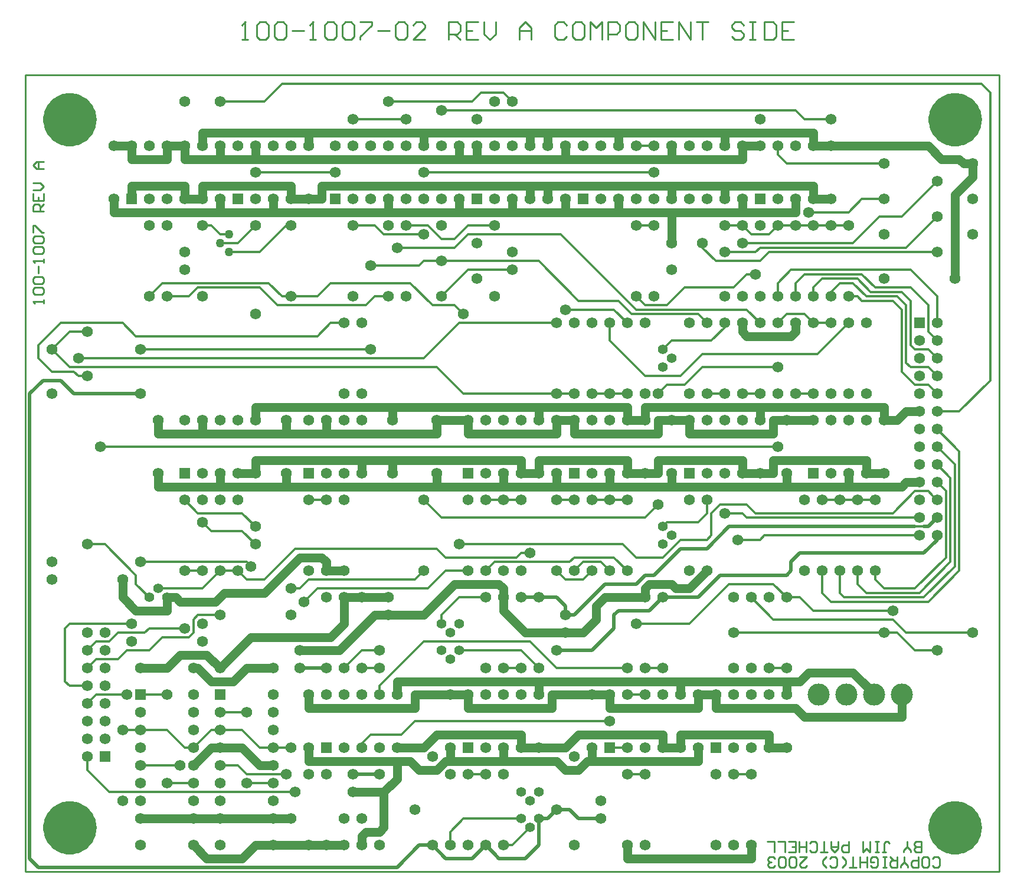
<source format=gtl>
*%FSLAX23Y23*%
*%MOIN*%
G01*
%ADD11C,0.006*%
%ADD12C,0.007*%
%ADD13C,0.008*%
%ADD14C,0.010*%
%ADD15C,0.012*%
%ADD16C,0.020*%
%ADD17C,0.032*%
%ADD18C,0.036*%
%ADD19C,0.050*%
%ADD20C,0.050*%
%ADD21C,0.052*%
%ADD22C,0.054*%
%ADD23C,0.055*%
%ADD24C,0.056*%
%ADD25C,0.059*%
%ADD26C,0.062*%
%ADD27C,0.066*%
%ADD28C,0.070*%
%ADD29C,0.090*%
%ADD30C,0.125*%
%ADD31C,0.129*%
%ADD32C,0.140*%
%ADD33C,0.160*%
%ADD34C,0.250*%
%ADD35R,0.062X0.062*%
%ADD36R,0.066X0.066*%
D14*
X7755Y10238D02*
X7788D01*
X7772D01*
Y10338D01*
X7773D01*
X7772D02*
X7755Y10321D01*
X7838D02*
X7855Y10338D01*
X7888D01*
X7905Y10321D01*
Y10255D01*
X7888Y10238D01*
X7855D01*
X7838Y10255D01*
Y10321D01*
X7938D02*
X7955Y10338D01*
X7988D01*
X8005Y10321D01*
Y10255D01*
X7988Y10238D01*
X7955D01*
X7938Y10255D01*
Y10321D01*
X8038Y10288D02*
X8105D01*
X8138Y10238D02*
X8172D01*
X8155D01*
Y10338D01*
X8156D01*
X8155D02*
X8138Y10321D01*
X8222D02*
X8238Y10338D01*
X8272D01*
X8288Y10321D01*
Y10255D01*
X8272Y10238D01*
X8238D01*
X8222Y10255D01*
Y10321D01*
X8321D02*
X8338Y10338D01*
X8371D01*
X8388Y10321D01*
Y10255D01*
X8371Y10238D01*
X8338D01*
X8321Y10255D01*
Y10321D01*
X8421Y10338D02*
X8488D01*
Y10321D01*
X8421Y10255D01*
Y10238D01*
X8521Y10288D02*
X8588D01*
X8621Y10321D02*
X8638Y10338D01*
X8671D01*
X8688Y10321D01*
Y10255D01*
X8671Y10238D01*
X8638D01*
X8621Y10255D01*
Y10321D01*
X8721Y10238D02*
X8788D01*
X8721D02*
X8788Y10305D01*
Y10321D01*
X8771Y10338D01*
X8738D01*
X8721Y10321D01*
X8921Y10338D02*
Y10238D01*
Y10338D02*
X8971D01*
X8988Y10321D01*
Y10288D01*
X8971Y10271D01*
X8921D01*
X8955D02*
X8988Y10238D01*
X9021Y10338D02*
X9088D01*
X9021D02*
Y10238D01*
X9088D01*
X9055Y10288D02*
X9021D01*
X9121Y10271D02*
Y10338D01*
Y10271D02*
X9155Y10238D01*
X9188Y10271D01*
Y10338D01*
X9321Y10305D02*
Y10238D01*
Y10305D02*
X9354Y10338D01*
X9388Y10305D01*
Y10238D01*
Y10288D01*
X9321D01*
X9571Y10338D02*
X9588Y10321D01*
X9571Y10338D02*
X9538D01*
X9521Y10321D01*
Y10255D01*
X9538Y10238D01*
X9571D01*
X9588Y10255D01*
X9638Y10338D02*
X9671D01*
X9638D02*
X9621Y10321D01*
Y10255D01*
X9638Y10238D01*
X9671D01*
X9688Y10255D01*
Y10321D01*
X9671Y10338D01*
X9721D02*
Y10238D01*
X9754Y10305D02*
X9721Y10338D01*
X9754Y10305D02*
X9788Y10338D01*
Y10238D01*
X9821D02*
Y10338D01*
X9871D01*
X9888Y10321D01*
Y10288D01*
X9871Y10271D01*
X9821D01*
X9938Y10338D02*
X9971D01*
X9938D02*
X9921Y10321D01*
Y10255D01*
X9938Y10238D01*
X9971D01*
X9988Y10255D01*
Y10321D01*
X9971Y10338D01*
X10021D02*
Y10238D01*
X10088D02*
X10021Y10338D01*
X10088D02*
Y10238D01*
X10121Y10338D02*
X10188D01*
X10121D02*
Y10238D01*
X10188D01*
X10154Y10288D02*
X10121D01*
X10221Y10238D02*
Y10338D01*
X10288Y10238D01*
Y10338D01*
X10321D02*
X10387D01*
X10354D01*
Y10238D01*
X10571Y10338D02*
X10587Y10321D01*
X10571Y10338D02*
X10537D01*
X10521Y10321D01*
Y10305D01*
X10537Y10288D01*
X10571D01*
X10587Y10271D01*
Y10255D01*
X10571Y10238D01*
X10537D01*
X10521Y10255D01*
X10621Y10338D02*
X10654D01*
X10637D01*
Y10238D01*
X10621D01*
X10654D01*
X10704D02*
Y10338D01*
Y10238D02*
X10754D01*
X10771Y10255D01*
Y10321D01*
X10754Y10338D01*
X10704D01*
X10804D02*
X10871D01*
X10804D02*
Y10238D01*
X10871D01*
X10837Y10288D02*
X10804D01*
X6635Y8768D02*
Y8748D01*
Y8758D02*
Y8768D01*
Y8758D02*
X6575D01*
X6576D01*
X6575D02*
X6585Y8748D01*
Y8798D02*
X6575Y8808D01*
Y8828D01*
X6585Y8838D01*
X6625D01*
X6635Y8828D01*
Y8808D01*
X6625Y8798D01*
X6585D01*
Y8858D02*
X6575Y8868D01*
Y8888D01*
X6585Y8898D01*
X6625D01*
X6635Y8888D01*
Y8868D01*
X6625Y8858D01*
X6585D01*
X6605Y8918D02*
Y8958D01*
X6635Y8978D02*
Y8998D01*
Y8988D01*
X6575D01*
X6576D01*
X6575D02*
X6585Y8978D01*
Y9028D02*
X6575Y9038D01*
Y9058D01*
X6585Y9068D01*
X6625D01*
X6635Y9058D01*
Y9038D01*
X6625Y9028D01*
X6585D01*
Y9088D02*
X6575Y9098D01*
Y9118D01*
X6585Y9128D01*
X6625D01*
X6635Y9118D01*
Y9098D01*
X6625Y9088D01*
X6585D01*
X6575Y9148D02*
Y9188D01*
X6585D01*
X6625Y9148D01*
X6635D01*
Y9268D02*
X6575D01*
Y9298D01*
X6585Y9308D01*
X6605D01*
X6615Y9298D01*
Y9268D01*
Y9288D02*
X6635Y9308D01*
X6575Y9328D02*
Y9368D01*
Y9328D02*
X6635D01*
Y9368D01*
X6605Y9348D02*
Y9328D01*
X6615Y9388D02*
X6575D01*
X6615D02*
X6635Y9408D01*
X6615Y9428D01*
X6575D01*
X6595Y9508D02*
X6635D01*
X6595D02*
X6575Y9528D01*
X6595Y9548D01*
X6635D01*
X6605D01*
Y9508D01*
X11655Y5573D02*
X11665Y5563D01*
X11685D01*
X11695Y5573D01*
Y5613D01*
X11685Y5623D01*
X11665D01*
X11655Y5613D01*
X11625Y5563D02*
X11605D01*
X11625D02*
X11635Y5573D01*
Y5613D01*
X11625Y5623D01*
X11605D01*
X11595Y5613D01*
Y5573D01*
X11605Y5563D01*
X11575D02*
Y5623D01*
Y5563D02*
X11545D01*
X11535Y5573D01*
Y5593D01*
X11545Y5603D01*
X11575D01*
X11515Y5573D02*
Y5563D01*
Y5573D02*
X11495Y5593D01*
X11475Y5573D01*
Y5563D01*
X11495Y5593D02*
Y5623D01*
X11455D02*
Y5563D01*
X11425D01*
X11415Y5573D01*
Y5593D01*
X11425Y5603D01*
X11455D01*
X11435D02*
X11415Y5623D01*
X11395Y5563D02*
X11375D01*
X11385D01*
Y5623D01*
X11395D01*
X11375D01*
X11315Y5563D02*
X11305Y5573D01*
X11315Y5563D02*
X11335D01*
X11345Y5573D01*
Y5613D01*
X11335Y5623D01*
X11315D01*
X11305Y5613D01*
Y5593D01*
X11325D01*
X11285Y5563D02*
Y5623D01*
Y5593D01*
X11245D01*
Y5563D01*
Y5623D01*
X11225Y5563D02*
X11185D01*
X11205D01*
Y5623D01*
X11165Y5603D02*
X11145Y5623D01*
X11165Y5603D02*
Y5583D01*
X11145Y5563D01*
X11085D02*
X11075Y5573D01*
X11085Y5563D02*
X11105D01*
X11115Y5573D01*
Y5613D01*
X11105Y5623D01*
X11085D01*
X11075Y5613D01*
X11055Y5623D02*
X11035Y5603D01*
Y5583D01*
X11055Y5563D01*
X10945Y5623D02*
X10905D01*
X10945D02*
X10905Y5583D01*
Y5573D01*
X10915Y5563D01*
X10935D01*
X10945Y5573D01*
X10885D02*
X10875Y5563D01*
X10855D01*
X10845Y5573D01*
Y5613D01*
X10855Y5623D01*
X10875D01*
X10885Y5613D01*
Y5573D01*
X10825D02*
X10815Y5563D01*
X10795D01*
X10785Y5573D01*
Y5613D01*
X10795Y5623D01*
X10815D01*
X10825Y5613D01*
Y5573D01*
X10765D02*
X10755Y5563D01*
X10735D01*
X10725Y5573D01*
Y5583D01*
X10726D01*
X10725D02*
X10726D01*
X10725D02*
X10726D01*
X10725D02*
X10735Y5593D01*
X10745D01*
X10735D01*
X10725Y5603D01*
Y5613D01*
X10735Y5623D01*
X10755D01*
X10765Y5613D01*
X11590Y5648D02*
Y5708D01*
X11560D01*
X11550Y5698D01*
Y5688D01*
X11560Y5678D01*
X11590D01*
X11591D01*
X11590D02*
X11591D01*
X11590D02*
X11591D01*
X11590D02*
X11560D01*
X11550Y5668D01*
Y5658D01*
X11560Y5648D01*
X11590D01*
X11530D02*
Y5658D01*
X11510Y5678D01*
X11490Y5658D01*
Y5648D01*
X11510Y5678D02*
Y5708D01*
X11390Y5648D02*
X11370D01*
X11380D02*
X11390D01*
X11380D02*
Y5698D01*
X11390Y5708D01*
X11400D01*
X11410Y5698D01*
X11350Y5648D02*
X11330D01*
X11340D01*
Y5708D01*
X11350D01*
X11330D01*
X11300D02*
Y5648D01*
X11280Y5668D01*
X11260Y5648D01*
Y5708D01*
X11180D02*
Y5648D01*
X11150D01*
X11140Y5658D01*
Y5678D01*
X11150Y5688D01*
X11180D01*
X11120Y5708D02*
Y5668D01*
X11100Y5648D01*
X11080Y5668D01*
Y5708D01*
Y5678D01*
X11120D01*
X11060Y5648D02*
X11020D01*
X11040D01*
Y5708D01*
X10970Y5648D02*
X10960Y5658D01*
X10970Y5648D02*
X10990D01*
X11000Y5658D01*
Y5698D01*
X10990Y5708D01*
X10970D01*
X10960Y5698D01*
X10940Y5708D02*
Y5648D01*
Y5678D02*
Y5708D01*
Y5678D02*
X10900D01*
Y5648D01*
Y5708D01*
X10880Y5648D02*
X10840D01*
X10880D02*
Y5708D01*
X10840D01*
X10860Y5678D02*
X10880D01*
X10820Y5648D02*
Y5708D01*
X10780D01*
X10760D02*
Y5648D01*
Y5708D02*
X10720D01*
X12030Y10038D02*
X6530D01*
Y5538D02*
X12030D01*
X6530D02*
Y10038D01*
X12030D02*
Y5538D01*
D15*
X10230Y8338D02*
X10355Y8463D01*
X11005D02*
X11180Y8638D01*
X10505Y7163D02*
X10280Y6938D01*
X11430Y7563D02*
X11555Y7688D01*
X8780Y6838D02*
X8530Y6588D01*
X11805Y8138D02*
X11980Y8313D01*
X8005Y9188D02*
X7855Y9038D01*
X8880Y8788D02*
X9030Y8938D01*
X11505Y9063D02*
X11680Y9238D01*
X11355D02*
X11205Y9088D01*
X11480Y9238D02*
X11680Y9438D01*
X11755Y7288D02*
X11580Y7113D01*
X11605Y7088D02*
X11780Y7263D01*
X11805Y7238D02*
X11630Y7063D01*
X11555Y7138D02*
X11730Y7313D01*
X6730Y8638D02*
X6605Y8513D01*
X8780Y8438D02*
X8980Y8638D01*
X8055Y7363D02*
X7880Y7188D01*
X9555Y9138D02*
X9980Y8713D01*
X9655Y8763D02*
X9430Y8988D01*
X9830Y8538D02*
X10030Y8338D01*
X9380Y6838D02*
X9530Y6688D01*
X7005Y5988D02*
X6880Y6113D01*
X8830Y8738D02*
X8705Y8863D01*
X7155Y7213D02*
X6980Y7388D01*
X8855Y8388D02*
X9005Y8238D01*
X11530Y8938D02*
X11680Y8788D01*
X10630Y7088D02*
X10755Y6963D01*
X11805Y7913D02*
X11680Y8038D01*
X9280Y5688D02*
X9230D01*
X6605Y8438D02*
Y8513D01*
X6680Y8488D02*
X6780Y8588D01*
X6605Y8438D02*
X6680Y8363D01*
X6780Y8388D02*
X6680Y8488D01*
X9005Y5838D02*
X9330D01*
X6880Y6113D02*
Y6188D01*
X6755Y6613D02*
Y6913D01*
X6930Y6738D02*
X6880Y6688D01*
Y6788D02*
X6930Y6838D01*
Y6538D02*
X6880Y6488D01*
X6755Y6913D02*
X6780Y6938D01*
X6830Y8338D02*
X6805Y8363D01*
X6755Y6613D02*
X6780Y6588D01*
X7780Y6088D02*
X8005D01*
X7930Y6038D02*
X7780D01*
X9030Y6088D02*
X9130D01*
X10530D02*
X10630D01*
X10030D02*
X9930D01*
X8055Y5988D02*
X7005D01*
X7330Y6038D02*
X7480D01*
X7055Y6738D02*
X7105Y6788D01*
X7005Y6838D02*
X7055Y6888D01*
X7155Y8563D02*
X7080Y8638D01*
X7180Y6138D02*
X7405D01*
X7630D02*
X7730D01*
X9830Y6238D02*
X9930D01*
X7480D02*
X7430D01*
X7855D02*
X7930D01*
X8030D01*
X7155Y7163D02*
Y7213D01*
X7305Y6863D02*
X7230Y6788D01*
Y8788D02*
X7305Y8863D01*
X7230Y6913D02*
X7205Y6888D01*
X7230Y7088D02*
X7155Y7163D01*
X8480Y6313D02*
X8655D01*
X7630Y6338D02*
X7580D01*
X7630D02*
X7755D01*
X7330D02*
X7180D01*
X7080D01*
X7630Y6438D02*
X7780D01*
X8730Y6388D02*
X9830D01*
X7480Y6888D02*
Y6963D01*
X7505Y6988D01*
X7480Y6888D02*
X7455Y6863D01*
Y8788D02*
X7505Y8838D01*
X7580Y6338D02*
X7480Y6238D01*
X7430D02*
X7330Y6338D01*
X7505Y7563D02*
X7430Y7638D01*
X9930Y6538D02*
X10030D01*
X7330D02*
X7180D01*
X7105D02*
X6930D01*
X9530Y6688D02*
X9930D01*
X9330D02*
X9230D01*
X10730D02*
X10830D01*
X10130D02*
X10030D01*
X8530D02*
X8430D01*
X6880Y6588D02*
X6780D01*
X7530Y7138D02*
X7630Y7238D01*
Y9138D02*
X7580Y9188D01*
X7530Y7513D02*
X7580Y7463D01*
X7055Y6738D02*
X6930D01*
X8780Y6838D02*
X9380D01*
X7455Y6863D02*
X7305D01*
X7005Y6838D02*
X6930D01*
X8980Y6788D02*
X9330D01*
X7230D02*
X7105D01*
X11555D02*
X11580D01*
X11680D01*
X8530D02*
X8430D01*
X7730Y9088D02*
X7830Y9188D01*
X7855Y8838D02*
X7955Y8738D01*
X7730Y7238D02*
X7780Y7188D01*
X7830Y7388D02*
X7755Y7463D01*
X7730Y6138D02*
X7780Y6088D01*
X7805Y7263D02*
X7780Y7288D01*
X7755Y6338D02*
X7855Y6238D01*
X7830Y7488D02*
X7755Y7563D01*
X9980Y6938D02*
X10280D01*
X7130D02*
X6780D01*
X7055Y6888D02*
X7205D01*
X7230Y6913D02*
X7430D01*
X10530Y6888D02*
X11380D01*
X11455D01*
X11505D02*
X11880D01*
X11430Y7013D02*
X10980D01*
X7630Y6988D02*
X7505D01*
X11080Y7063D02*
X11630D01*
X11430Y6963D02*
X10755D01*
X7880Y9888D02*
X7980Y9988D01*
X7905Y8863D02*
X7980Y8788D01*
X8980Y7088D02*
X9130D01*
X10830D02*
X10905D01*
X11280Y7113D02*
X11580D01*
X11605Y7088D02*
X11155D01*
X7730Y7238D02*
X7630D01*
X7530D02*
X7430D01*
X9580Y7188D02*
X9680D01*
X9030Y7238D02*
X8905D01*
X8730Y7188D02*
X8130D01*
X10505Y7163D02*
X10755D01*
X7530Y7138D02*
X7280D01*
X11380D02*
X11555D01*
X8805D02*
X8180D01*
X8080D02*
X8030D01*
X7880Y7188D02*
X7780D01*
X8180Y8788D02*
X8255Y8863D01*
X8180Y7138D02*
X8105Y7063D01*
X8080Y7138D02*
X8130Y7188D01*
X8180Y8563D02*
X8255Y8638D01*
X9980Y7313D02*
X10130D01*
X7305Y7288D02*
X7180D01*
X7305D02*
X7780D01*
X9680D02*
X9780D01*
X9605D02*
X9180D01*
X9630Y7313D02*
X9805D01*
X9855D01*
X10705Y7438D02*
X11580D01*
X10680Y7413D02*
X10555D01*
X9905Y7388D02*
X8980D01*
X10230Y7413D02*
X10380D01*
X7755Y7463D02*
X7580D01*
X6980Y7388D02*
X6880D01*
X9330Y7338D02*
X9380D01*
X9305Y7313D02*
X8905D01*
X8855Y7363D02*
X8055D01*
X8430Y6263D02*
Y6238D01*
Y6263D02*
X8480Y6313D01*
X8455Y8738D02*
X8505Y8788D01*
X8430Y6788D02*
X8330Y6688D01*
X11555Y7488D02*
X11605D01*
X10330Y7513D02*
X10155D01*
X10455Y7613D02*
X10605D01*
X11230Y7638D02*
X11330D01*
X11230D02*
X11130D01*
X11030D01*
X9830D02*
X9730D01*
X9830D02*
X9930D01*
X9630D02*
X9530D01*
X9330D02*
X9230D01*
X9130D01*
X10655Y7563D02*
X11430D01*
X10580D02*
X10480D01*
X10605Y7538D02*
X11580D01*
X10030D02*
X8880D01*
X8230Y7638D02*
X8130D01*
X7755Y7563D02*
X7505D01*
X8530Y6588D02*
Y6538D01*
X8730Y6388D02*
X8655Y6313D01*
X8555Y9138D02*
X8505Y9188D01*
X11555Y7688D02*
X11630D01*
X8905Y7238D02*
X8805Y7138D01*
X8755Y8963D02*
X8780Y8988D01*
Y7238D02*
X8730Y7188D01*
X8880Y9113D02*
X8805Y9188D01*
X8780Y7638D02*
X8880Y7538D01*
X8855Y7363D02*
X8905Y7313D01*
X10780Y7938D02*
X6955D01*
X8880Y6988D02*
Y6938D01*
X8930Y5763D02*
Y5688D01*
X8955Y9063D02*
X9030Y9138D01*
X8980Y7088D02*
X8880Y6988D01*
X9005Y5838D02*
X8930Y5763D01*
X8955Y9113D02*
X9030Y9188D01*
X8955Y8738D02*
X9005Y8688D01*
X10380Y8238D02*
X10480D01*
X10580D02*
X10680D01*
X10880D02*
X10980D01*
X9530D02*
X9005D01*
X9530D02*
X9630D01*
X9730D02*
X9830D01*
X9930D01*
X11680Y8138D02*
X11805D01*
X9180Y7288D02*
X9130Y7238D01*
X9055Y9888D02*
X9105Y9938D01*
X9230D02*
X9280Y9888D01*
X6805Y8363D02*
X6680D01*
X6830Y8338D02*
X6880D01*
X11555Y8288D02*
X11630D01*
X10255D02*
X10155D01*
X8855Y8388D02*
X6780D01*
X11530D02*
X11630D01*
X10780D02*
X10355D01*
X10230Y8338D02*
X10030D01*
X8780Y8438D02*
X6830D01*
X9305Y7313D02*
X9330Y7338D01*
X9380Y5788D02*
X9280Y5688D01*
X9430Y6688D02*
X9330Y6788D01*
X10355Y8463D02*
X11005D01*
X11555Y8488D02*
X11630D01*
X11080Y8638D02*
X10980D01*
X6880Y8588D02*
X6780D01*
X8980Y8638D02*
X9530D01*
X10180Y8538D02*
X10405D01*
X8180Y8563D02*
X7155D01*
X7080Y8638D02*
X6730D01*
X8255D02*
X8330D01*
X8480Y8488D02*
X7180D01*
X9630Y7238D02*
X9680Y7288D01*
X9630Y7313D02*
X9605Y7288D01*
X9530Y7238D02*
X9580Y7188D01*
X10830Y8688D02*
X10930D01*
X10330D02*
X9955D01*
X9880Y8763D02*
X9655D01*
X8180Y8788D02*
X8030D01*
X7855Y8838D02*
X7505D01*
X7455Y8788D02*
X7330D01*
X7980D02*
X8030D01*
X10255Y8838D02*
X10530D01*
X11180Y8788D02*
X11230D01*
X11255Y8763D02*
X11430D01*
X11455Y8788D02*
X11280D01*
X11305Y8813D02*
X11480D01*
X11530Y8838D02*
X11330D01*
X9855Y8713D02*
X9580D01*
X9980D02*
X10605D01*
X8955Y8738D02*
X8830D01*
X8455D02*
X7955D01*
X10030D02*
X10155D01*
X8580Y8788D02*
X8505D01*
X9830Y8638D02*
Y8538D01*
X9730Y7238D02*
X9680Y7188D01*
X9780Y7288D02*
X9830Y7238D01*
X8705Y8863D02*
X8255D01*
X7905D02*
X7305D01*
X11130D02*
X11205D01*
X11230Y8888D02*
X11030D01*
X8880Y8988D02*
X8780D01*
X8755Y8963D02*
X8480D01*
X8880Y8988D02*
X9430D01*
X10430D02*
X10680D01*
X10730Y9038D02*
X11680D01*
X7855D02*
X7680D01*
X10480D02*
X10655D01*
Y8913D02*
X10605D01*
X9280Y8938D02*
X9030D01*
X10930Y8913D02*
X11255D01*
X11530Y8938D02*
X10855D01*
X10105Y7613D02*
X10030Y7538D01*
Y8738D02*
X9980Y8788D01*
X9880Y8763D02*
X9955Y8688D01*
X9930Y8638D02*
X9855Y8713D01*
X9905Y7388D02*
X9980Y7313D01*
X9930Y7238D02*
X9855Y7313D01*
X8955Y9063D02*
X8630D01*
X7730Y9088D02*
X7630D01*
X10680Y9063D02*
X11505D01*
X11205Y9088D02*
X10580D01*
X9555Y9138D02*
X9030D01*
X8780D02*
X8555D01*
X8505Y9188D02*
X8380D01*
X9030D02*
X9180D01*
X8805D02*
X8680D01*
X8030D02*
X8005D01*
X7680Y9138D02*
X7630D01*
X7580Y9188D02*
X7530D01*
X11080D02*
X11180D01*
X11080D02*
X10980D01*
X10880D01*
X10780D01*
X10730Y9138D02*
X10630D01*
X10580Y9188D02*
X10480D01*
X10080D02*
X9980D01*
X8955Y9113D02*
X8880D01*
X10130Y8488D02*
X10180Y8538D01*
X10230Y7413D02*
X10130Y7313D01*
X10155Y8738D02*
X10255Y8838D01*
X10155Y7513D02*
X10130Y7488D01*
X10105Y8238D02*
X10155Y8288D01*
X10955Y9263D02*
X11180D01*
X11355Y9238D02*
X11480D01*
X11380Y9338D02*
X11255D01*
X10405Y7563D02*
Y7438D01*
X10380Y7563D02*
Y7638D01*
X10355Y9063D02*
Y9088D01*
X10480Y8613D02*
X10405Y8538D01*
Y7438D02*
X10380Y7413D01*
X10405Y7563D02*
X10455Y7613D01*
X10380Y7563D02*
X10330Y7513D01*
X10255Y8288D02*
X10355Y8388D01*
X10380Y8638D02*
X10330Y8688D01*
X10430Y8988D02*
X10355Y9063D01*
X10830Y9538D02*
X11380D01*
X10080Y9488D02*
X8780D01*
X8280D02*
X7830D01*
X10480Y8638D02*
Y8613D01*
X10530Y8838D02*
X10605Y8913D01*
Y8713D02*
X10680Y8638D01*
X10605Y7613D02*
X10655Y7563D01*
X10605Y7538D02*
X10580Y7563D01*
X10630Y9138D02*
X10580Y9188D01*
X10080Y9638D02*
X9980D01*
X10930Y9788D02*
X11080D01*
X8680D02*
X8380D01*
X10780Y8863D02*
Y8788D01*
Y9588D02*
Y9638D01*
X10830Y8688D02*
X10780Y8638D01*
Y8863D02*
X10855Y8938D01*
X10705Y7438D02*
X10680Y7413D01*
Y8988D02*
X10730Y9038D01*
X10680Y9063D02*
X10655Y9038D01*
X10730Y9138D02*
X10780Y9188D01*
X10755Y7163D02*
X10830Y7088D01*
Y9538D02*
X10780Y9588D01*
X10880Y9838D02*
X8880D01*
X7980Y9988D02*
X11930D01*
X9230Y9938D02*
X9105D01*
X7880Y9888D02*
X7630D01*
X8580D02*
X9055D01*
X10980Y8838D02*
Y8788D01*
X10880D02*
Y8863D01*
X10980Y8838D02*
X11030Y8888D01*
X10930Y8913D02*
X10880Y8863D01*
X10930Y8688D02*
X10980Y8638D01*
X10905Y7088D02*
X10980Y7013D01*
X10930Y9788D02*
X10880Y9838D01*
X11080Y8813D02*
Y8788D01*
X11130Y7238D02*
Y7113D01*
X11030D02*
Y7238D01*
X11180Y9263D02*
X11255Y9338D01*
X11130Y8863D02*
X11080Y8813D01*
X11130Y7113D02*
X11155Y7088D01*
X11080Y7063D02*
X11030Y7113D01*
X11280Y8788D02*
X11205Y8863D01*
X11230Y7238D02*
Y7163D01*
X11330Y7188D02*
Y7238D01*
X11255Y8763D02*
X11230Y8788D01*
X11305Y8813D02*
X11230Y8888D01*
X11255Y8913D02*
X11330Y8838D01*
X11230Y7163D02*
X11280Y7113D01*
X11330Y7188D02*
X11380Y7138D01*
X11480Y8363D02*
Y8713D01*
X11505Y8738D02*
Y8413D01*
X11530Y8513D02*
Y8763D01*
X11480Y8713D02*
X11430Y8763D01*
X11480Y8363D02*
X11555Y8288D01*
X11505Y8738D02*
X11455Y8788D01*
X11505Y8413D02*
X11530Y8388D01*
Y8763D02*
X11480Y8813D01*
X11530Y8513D02*
X11555Y8488D01*
X11630Y8738D02*
X11530Y8838D01*
X11455Y6888D02*
X11555Y6788D01*
X11505Y6888D02*
X11430Y6963D01*
X11755Y7288D02*
Y7763D01*
X11780Y7838D02*
Y7263D01*
X11630Y8588D02*
Y8738D01*
X11680Y8788D02*
Y8638D01*
X11730Y7688D02*
Y7313D01*
X11655Y7663D02*
X11630Y7688D01*
X11655Y7663D02*
X11680Y7638D01*
Y8238D02*
X11630Y8288D01*
X11680Y8338D02*
X11630Y8388D01*
X11680Y8438D02*
X11630Y8488D01*
X11680Y8538D02*
X11630Y8588D01*
X11680Y7938D02*
X11780Y7838D01*
X11755Y7763D02*
X11680Y7838D01*
Y7738D02*
X11730Y7688D01*
X11980Y8313D02*
Y9938D01*
X11805Y7913D02*
Y7238D01*
X11980Y9938D02*
X11930Y9988D01*
D16*
X10455Y7213D02*
X10330Y7088D01*
X8755Y5688D02*
X8630Y5563D01*
X9630Y6988D02*
X9805Y7163D01*
X10080Y7213D02*
X10230Y7363D01*
X10380D02*
X10505Y7488D01*
X9855Y6913D02*
X9730Y6788D01*
X8630Y5563D02*
X6605D01*
X8755Y5688D02*
X8830D01*
X8905Y5613D02*
X9055D01*
X9205D02*
X9355D01*
X6555D02*
Y8238D01*
X6630Y8313D01*
X6555Y5613D02*
X6605Y5563D01*
X9430Y5838D02*
X9480D01*
X9655D02*
X9780D01*
X9605Y5888D02*
X9530D01*
X6755Y8288D02*
X6730Y8313D01*
X6755Y8288D02*
X6805Y8238D01*
X8380Y6088D02*
X8530D01*
X8230Y6688D02*
X8080D01*
X9530Y6788D02*
X9730D01*
X9880Y7013D02*
X10055D01*
X9630Y6988D02*
X9580D01*
X10130Y7088D02*
X10330D01*
X9530D02*
X9430D01*
X9330D01*
X10455Y7213D02*
X10830D01*
X10080D02*
X10030D01*
X9980Y7163D02*
X9805D01*
X10230Y7363D02*
X10380D01*
X10905Y7338D02*
X11605D01*
X11555Y7488D02*
X10505D01*
X11605D02*
X11630D01*
X8905Y5613D02*
X8830Y5688D01*
X7180Y8238D02*
X6805D01*
X9130Y5688D02*
X9055Y5613D01*
X9180Y5638D02*
X9205Y5613D01*
X9180Y5638D02*
X9130Y5688D01*
X6730Y8313D02*
X6630D01*
X9430Y5838D02*
Y5688D01*
X9355Y5613D01*
X9580Y6988D02*
Y7038D01*
X9530Y5888D02*
X9480Y5838D01*
X9605Y5888D02*
X9655Y5838D01*
X9580Y7038D02*
X9530Y7088D01*
X9855Y6988D02*
Y6913D01*
X9980Y7163D02*
X10030Y7213D01*
X9880Y7013D02*
X9855Y6988D01*
X10055Y7013D02*
X10130Y7088D01*
X10855Y7238D02*
Y7288D01*
Y7238D02*
X10830Y7213D01*
X10855Y7288D02*
X10905Y7338D01*
X11680Y7413D02*
Y7438D01*
X11630Y7488D02*
X11680Y7538D01*
Y7413D02*
X11605Y7338D01*
D20*
X10855Y8563D02*
X10880Y8588D01*
X9655Y6313D02*
X9580Y6238D01*
X8855Y6313D02*
X8780Y6238D01*
X10905Y6613D02*
X10955Y6663D01*
X8630Y6063D02*
X8555Y5988D01*
Y5788D02*
X8530Y5763D01*
X8455D02*
X8430Y5738D01*
X8305Y6788D02*
X8505Y6988D01*
X9755Y7038D02*
X9805Y7088D01*
X9755Y6963D02*
X9680Y6888D01*
X10030Y7138D02*
X10055Y7163D01*
X10280Y7138D02*
X10380Y7238D01*
X11480Y7713D02*
X11505Y7738D01*
X11455Y8088D02*
X11505Y8138D01*
X8905Y6163D02*
X8855Y6113D01*
X9655D02*
X9705Y6163D01*
X7405Y6763D02*
X7330Y6688D01*
X7705Y6613D02*
X7780Y6688D01*
X7830Y5688D02*
X7755Y5613D01*
X7480Y6138D02*
X7580Y6238D01*
X7630Y6688D02*
X7805Y6863D01*
X8255D02*
X8330Y6938D01*
X11780Y9363D02*
X11880Y9463D01*
X8955Y7163D02*
X8780Y6988D01*
X8080Y7313D02*
X7880Y7113D01*
X7655D02*
X7605Y7063D01*
X10580Y8588D02*
X10605Y8563D01*
X11205Y6663D02*
X11330Y6538D01*
X9355Y6888D02*
X9230Y7013D01*
Y7138D02*
X9205Y7163D01*
X7855Y6138D02*
X7755Y6238D01*
X10180Y7163D02*
X10205Y7138D01*
X7155Y7013D02*
X7080Y7088D01*
X11805Y9563D02*
X11830Y9538D01*
X11705Y9563D02*
X11630Y9638D01*
X10880Y6463D02*
X10930Y6413D01*
X8755Y6113D02*
X8705Y6163D01*
X9530D02*
X9555Y6138D01*
X9580Y6113D01*
X7630Y6688D02*
X7555Y6763D01*
X7505Y6688D02*
X7580Y6613D01*
X7480Y5688D02*
X7555Y5613D01*
X8230Y7288D02*
X8205Y7313D01*
X7405Y7063D02*
X7380Y7088D01*
X7830Y5688D02*
X7930D01*
X8130D01*
X8230D01*
X8330D01*
X9930Y5613D02*
X10630D01*
X7755D02*
X7555D01*
X8455Y5763D02*
X8530D01*
X7930Y5838D02*
X7630D01*
X7480D01*
X7180D01*
X7930D02*
X8030D01*
X8380Y5988D02*
X8555D01*
X7080Y7088D02*
Y7188D01*
X7030Y9263D02*
Y9338D01*
X7855Y6138D02*
X7930D01*
X8755Y6113D02*
X8855D01*
X9580D02*
X9655D01*
X7755Y6238D02*
X7630D01*
X10730D02*
X10830D01*
X10230D02*
X10130D01*
X9580D02*
X9430D01*
X9330D01*
X8780D02*
X8630D01*
X7630D02*
X7580D01*
X8130Y6163D02*
X8630D01*
X8705D02*
X8130D01*
X8905D02*
X8930D01*
X9230D01*
X9530D01*
X9705D02*
X9730D01*
X10330D01*
X7280Y8013D02*
Y8088D01*
Y7788D02*
Y7713D01*
X7130Y9338D02*
Y9413D01*
Y9563D02*
Y9638D01*
X10230Y6313D02*
X10730D01*
X10130D02*
X9655D01*
X9330D02*
X8855D01*
X10930Y6413D02*
X11480D01*
X10880Y6463D02*
X10430D01*
X10330D02*
X9830D01*
X9505D02*
X9030D01*
X8730D02*
X8130D01*
X7430Y9338D02*
Y9413D01*
Y9563D02*
Y9638D01*
X7330Y7088D02*
Y7013D01*
Y9563D02*
Y9638D01*
X10330Y6538D02*
X10430D01*
X9830D02*
X9730D01*
X9505D01*
X9030D02*
X8930D01*
X8730D01*
X10830Y6613D02*
X10905D01*
X10830D02*
X10605D01*
X10955Y6663D02*
X11205D01*
X10605Y6613D02*
X10230D01*
X9430D01*
X8630D01*
X7330Y6688D02*
X7180D01*
X7780D02*
X7930D01*
X7705Y6613D02*
X7580D01*
X7505Y6688D02*
X7480D01*
X7530Y9338D02*
Y9413D01*
X7630Y9563D02*
Y9638D01*
Y9338D02*
Y9263D01*
X7530Y9638D02*
Y9713D01*
Y8088D02*
Y8013D01*
X7630Y7788D02*
Y7713D01*
X7805Y6863D02*
X8255D01*
X8305Y6788D02*
X8080D01*
X7555Y6763D02*
X7405D01*
X7830Y7788D02*
Y7863D01*
Y8088D02*
Y8163D01*
Y9563D02*
Y9638D01*
X9355Y6888D02*
X9580D01*
X9680D01*
X8580Y6988D02*
X8505D01*
X7330Y7013D02*
X7155D01*
X8580Y6988D02*
X8780D01*
X7605Y7063D02*
X7405D01*
X8030Y9338D02*
Y9413D01*
X7930Y9338D02*
Y9263D01*
X8005Y8088D02*
Y8013D01*
Y7788D02*
Y7713D01*
X9805Y7088D02*
X10030D01*
X8430D02*
X8330D01*
X8430D02*
X8580D01*
X10055Y7163D02*
X10180D01*
X10205Y7138D02*
X10280D01*
X9205Y7163D02*
X8955D01*
X8330Y7238D02*
X8230D01*
X7880Y7113D02*
X7655D01*
X7380Y7088D02*
X7330D01*
X8205Y9338D02*
Y9413D01*
X8130Y6538D02*
Y6463D01*
Y9638D02*
Y9713D01*
X8230Y8088D02*
Y8013D01*
X8130Y6238D02*
Y6163D01*
X8230Y7238D02*
Y7288D01*
X8205Y7313D02*
X8080D01*
X8430Y5738D02*
Y5688D01*
X8330Y6938D02*
Y7088D01*
X8430Y7788D02*
Y7863D01*
X8630Y6163D02*
Y6063D01*
X8555Y5988D02*
Y5863D01*
Y5788D01*
X8580Y9263D02*
Y9338D01*
X8630Y6613D02*
Y6538D01*
X8605Y8088D02*
Y8163D01*
Y7863D02*
Y7788D01*
X10830Y7713D02*
X11180D01*
X11480D01*
X7630D02*
X7280D01*
X9230D02*
X9530D01*
X9830D01*
X10180D01*
X10830D01*
X10755Y7863D02*
X11280D01*
Y7788D02*
X11380D01*
X10755D02*
X10680D01*
X10580D01*
Y7863D02*
X10105D01*
Y7788D02*
X10030D01*
X9930D01*
Y7863D02*
X9430D01*
Y7788D02*
X9330D01*
X8030Y7863D02*
X7830D01*
Y7788D02*
X7730D01*
X11505Y7738D02*
X11580D01*
X8430Y7863D02*
X8030D01*
X8005Y7713D02*
X7630D01*
X8430Y7863D02*
X8605D01*
X9330D01*
X9230Y7713D02*
X8855D01*
X8005D01*
X8780Y9638D02*
Y9713D01*
X8730Y6538D02*
Y6463D01*
X8855Y8013D02*
Y8088D01*
Y7788D02*
Y7713D01*
X10280Y8013D02*
X10755D01*
X10105D02*
X9630D01*
X9530D02*
X9030D01*
X8530D02*
X8230D01*
X7530D02*
X7280D01*
X8005D02*
X8230D01*
X8005D02*
X7530D01*
X8530D02*
X8855D01*
X9030Y6538D02*
Y6463D01*
X8980Y9263D02*
Y9338D01*
Y9563D02*
Y9638D01*
X8930Y6238D02*
Y6163D01*
X9030Y8013D02*
Y8088D01*
X10830D02*
X10980D01*
X11380D02*
X11455D01*
X10830D02*
X10755D01*
X10280D02*
X10180D01*
X10105D01*
X9630D02*
X9530D01*
X9930D02*
X10030D01*
X9930Y8163D02*
X9430D01*
X10030D02*
X10480D01*
X10680D01*
X11380D01*
X11505Y8138D02*
X11580D01*
X9430Y8163D02*
X8605D01*
X7830D01*
X8855Y8088D02*
X9030D01*
X9230Y7088D02*
Y7013D01*
Y7088D02*
Y7138D01*
X9080Y9563D02*
Y9638D01*
X9230Y7788D02*
Y7713D01*
Y6238D02*
Y6163D01*
X9430Y7788D02*
Y7863D01*
X9380Y9638D02*
Y9713D01*
X9330Y7863D02*
Y7788D01*
Y6313D02*
Y6238D01*
X9380Y9338D02*
Y9413D01*
X9280Y9338D02*
Y9263D01*
X9430Y8163D02*
Y8088D01*
Y6613D02*
Y6538D01*
X10605Y8563D02*
X10855D01*
X9580Y9563D02*
Y9638D01*
X9630Y8088D02*
Y8013D01*
X9480Y9338D02*
Y9413D01*
Y9638D02*
Y9713D01*
X9530Y8088D02*
Y8013D01*
X9505Y6538D02*
Y6463D01*
X9580Y9263D02*
Y9338D01*
X9530Y7788D02*
Y7713D01*
X9830Y6538D02*
Y6463D01*
X9755Y6963D02*
Y7038D01*
X9830Y7713D02*
Y7788D01*
X9730Y6238D02*
Y6163D01*
X9930Y5688D02*
Y5613D01*
Y7788D02*
Y7863D01*
Y8088D02*
Y8163D01*
X10030Y7138D02*
Y7088D01*
Y8088D02*
Y8163D01*
X9880Y9638D02*
Y9713D01*
Y9338D02*
Y9263D01*
X10180D02*
Y9088D01*
X10105Y8088D02*
Y8013D01*
Y7863D02*
Y7788D01*
X10130Y6313D02*
Y6238D01*
X10180Y9338D02*
Y9413D01*
Y9563D02*
Y9638D01*
Y7788D02*
Y7713D01*
X7630Y9263D02*
X7030D01*
X7630D02*
X7930D01*
X8580D01*
X9280D01*
X9480D01*
X9580D01*
X9880D01*
X10580D01*
X10880D01*
X10180D02*
X9880D01*
X10980Y9338D02*
X11080D01*
X10980Y9413D02*
X10480D01*
X10180D01*
X9380D01*
X8980D01*
X8205D01*
Y9338D02*
X8130D01*
X8030D01*
Y9413D02*
X7530D01*
Y9338D02*
X7430D01*
Y9413D02*
X7130D01*
X10280Y8088D02*
Y8013D01*
X10330Y6538D02*
Y6463D01*
X10230Y6313D02*
Y6238D01*
X10330D02*
Y6163D01*
X10230Y6538D02*
Y6613D01*
X9580Y9563D02*
X9080D01*
X7830D01*
X11830Y9538D02*
X11880D01*
X11805Y9563D02*
X11705D01*
X7330D02*
X7130D01*
X7430D02*
X7630D01*
X7830D01*
X9580D02*
X10180D01*
X10580D01*
Y8638D02*
Y8588D01*
Y9563D02*
Y9638D01*
Y7863D02*
Y7788D01*
X10430Y6538D02*
Y6463D01*
X10480Y9338D02*
Y9413D01*
X10580Y9338D02*
Y9263D01*
X10480Y9638D02*
Y9713D01*
X10980Y9638D02*
X11630D01*
X11080D02*
X10980D01*
X7130D02*
X7030D01*
X7330D02*
X7430D01*
X10580D02*
X10680D01*
X10480Y9713D02*
X10980D01*
X10480D02*
X9880D01*
X8980D01*
X8130D01*
X7530D01*
X10755Y8088D02*
Y8013D01*
Y7863D02*
Y7788D01*
X10630Y5688D02*
Y5613D01*
X10730Y6238D02*
Y6313D01*
X10680Y8088D02*
Y8163D01*
X10980Y9338D02*
Y9413D01*
Y9638D02*
Y9713D01*
X10880Y8638D02*
Y8588D01*
Y9263D02*
Y9338D01*
X10830Y6613D02*
Y6538D01*
Y7713D02*
Y7788D01*
X11180D02*
Y7713D01*
X11380Y8088D02*
Y8163D01*
X11280Y7863D02*
Y7788D01*
X11480Y6538D02*
Y6413D01*
X11780Y8888D02*
Y9363D01*
X11880Y9463D02*
Y9538D01*
X11655Y9788D02*
X11656D01*
X11655D02*
X11655Y9778D01*
X11657Y9768D01*
X11659Y9758D01*
X11661Y9748D01*
X11665Y9739D01*
X11669Y9730D01*
X11674Y9721D01*
X11680Y9713D01*
X11686Y9705D01*
X11693Y9698D01*
X11701Y9691D01*
X11709Y9685D01*
X11718Y9680D01*
X11726Y9675D01*
X11736Y9671D01*
X11745Y9668D01*
X11755Y9666D01*
X11765Y9664D01*
X11775Y9663D01*
X11785D01*
X11795Y9664D01*
X11805Y9666D01*
X11815Y9668D01*
X11824Y9671D01*
X11834Y9675D01*
X11842Y9680D01*
X11851Y9685D01*
X11859Y9691D01*
X11867Y9698D01*
X11874Y9705D01*
X11880Y9713D01*
X11886Y9721D01*
X11891Y9730D01*
X11895Y9739D01*
X11899Y9748D01*
X11901Y9758D01*
X11903Y9768D01*
X11905Y9778D01*
X11905Y9788D01*
X11906D01*
X11905D02*
X11905Y9798D01*
X11903Y9808D01*
X11901Y9818D01*
X11899Y9828D01*
X11895Y9837D01*
X11891Y9846D01*
X11886Y9855D01*
X11880Y9863D01*
X11874Y9871D01*
X11867Y9878D01*
X11859Y9885D01*
X11851Y9891D01*
X11842Y9896D01*
X11834Y9901D01*
X11824Y9905D01*
X11815Y9908D01*
X11805Y9910D01*
X11795Y9912D01*
X11785Y9913D01*
X11775D01*
X11765Y9912D01*
X11755Y9910D01*
X11745Y9908D01*
X11736Y9905D01*
X11726Y9901D01*
X11718Y9896D01*
X11709Y9891D01*
X11701Y9885D01*
X11693Y9878D01*
X11686Y9871D01*
X11680Y9863D01*
X11674Y9855D01*
X11669Y9846D01*
X11665Y9837D01*
X11661Y9828D01*
X11659Y9818D01*
X11657Y9808D01*
X11655Y9798D01*
X11655Y9788D01*
X11703D02*
X11704D01*
X11703D02*
X11704Y9779D01*
X11705Y9770D01*
X11708Y9762D01*
X11711Y9753D01*
X11716Y9746D01*
X11721Y9739D01*
X11727Y9732D01*
X11734Y9726D01*
X11742Y9721D01*
X11750Y9717D01*
X11758Y9714D01*
X11767Y9712D01*
X11776Y9711D01*
X11784D01*
X11793Y9712D01*
X11802Y9714D01*
X11810Y9717D01*
X11818Y9721D01*
X11826Y9726D01*
X11833Y9732D01*
X11839Y9739D01*
X11844Y9746D01*
X11849Y9753D01*
X11852Y9762D01*
X11855Y9770D01*
X11856Y9779D01*
X11857Y9788D01*
X11858D01*
X11857D02*
X11856Y9797D01*
X11855Y9806D01*
X11852Y9814D01*
X11849Y9823D01*
X11844Y9830D01*
X11839Y9837D01*
X11833Y9844D01*
X11826Y9850D01*
X11818Y9855D01*
X11810Y9859D01*
X11802Y9862D01*
X11793Y9864D01*
X11784Y9865D01*
X11776D01*
X11767Y9864D01*
X11758Y9862D01*
X11750Y9859D01*
X11742Y9855D01*
X11734Y9850D01*
X11727Y9844D01*
X11721Y9837D01*
X11716Y9830D01*
X11711Y9823D01*
X11708Y9814D01*
X11705Y9806D01*
X11704Y9797D01*
X11703Y9788D01*
X11751D02*
X11752D01*
X11751D02*
X11752Y9782D01*
X11754Y9776D01*
X11757Y9771D01*
X11761Y9766D01*
X11766Y9763D01*
X11771Y9760D01*
X11777Y9759D01*
X11783D01*
X11789Y9760D01*
X11794Y9763D01*
X11799Y9766D01*
X11803Y9771D01*
X11806Y9776D01*
X11808Y9782D01*
X11809Y9788D01*
X11810D01*
X11809D02*
X11808Y9794D01*
X11806Y9800D01*
X11803Y9805D01*
X11799Y9810D01*
X11794Y9813D01*
X11789Y9816D01*
X11783Y9817D01*
X11777D01*
X11771Y9816D01*
X11766Y9813D01*
X11761Y9810D01*
X11757Y9805D01*
X11754Y9800D01*
X11752Y9794D01*
X11751Y9788D01*
X11780D02*
D03*
X11655Y5788D02*
X11656D01*
X11655D02*
X11655Y5778D01*
X11657Y5768D01*
X11659Y5758D01*
X11661Y5748D01*
X11665Y5739D01*
X11669Y5730D01*
X11674Y5721D01*
X11680Y5713D01*
X11686Y5705D01*
X11693Y5698D01*
X11701Y5691D01*
X11709Y5685D01*
X11718Y5680D01*
X11726Y5675D01*
X11736Y5671D01*
X11745Y5668D01*
X11755Y5666D01*
X11765Y5664D01*
X11775Y5663D01*
X11785D01*
X11795Y5664D01*
X11805Y5666D01*
X11815Y5668D01*
X11824Y5671D01*
X11834Y5675D01*
X11842Y5680D01*
X11851Y5685D01*
X11859Y5691D01*
X11867Y5698D01*
X11874Y5705D01*
X11880Y5713D01*
X11886Y5721D01*
X11891Y5730D01*
X11895Y5739D01*
X11899Y5748D01*
X11901Y5758D01*
X11903Y5768D01*
X11905Y5778D01*
X11905Y5788D01*
X11906D01*
X11905D02*
X11905Y5798D01*
X11903Y5808D01*
X11901Y5818D01*
X11899Y5828D01*
X11895Y5837D01*
X11891Y5846D01*
X11886Y5855D01*
X11880Y5863D01*
X11874Y5871D01*
X11867Y5878D01*
X11859Y5885D01*
X11851Y5891D01*
X11842Y5896D01*
X11834Y5901D01*
X11824Y5905D01*
X11815Y5908D01*
X11805Y5910D01*
X11795Y5912D01*
X11785Y5913D01*
X11775D01*
X11765Y5912D01*
X11755Y5910D01*
X11745Y5908D01*
X11736Y5905D01*
X11726Y5901D01*
X11718Y5896D01*
X11709Y5891D01*
X11701Y5885D01*
X11693Y5878D01*
X11686Y5871D01*
X11680Y5863D01*
X11674Y5855D01*
X11669Y5846D01*
X11665Y5837D01*
X11661Y5828D01*
X11659Y5818D01*
X11657Y5808D01*
X11655Y5798D01*
X11655Y5788D01*
X11703D02*
X11704D01*
X11703D02*
X11704Y5779D01*
X11705Y5770D01*
X11708Y5762D01*
X11711Y5753D01*
X11716Y5746D01*
X11721Y5739D01*
X11727Y5732D01*
X11734Y5726D01*
X11742Y5721D01*
X11750Y5717D01*
X11758Y5714D01*
X11767Y5712D01*
X11776Y5711D01*
X11784D01*
X11793Y5712D01*
X11802Y5714D01*
X11810Y5717D01*
X11818Y5721D01*
X11826Y5726D01*
X11833Y5732D01*
X11839Y5739D01*
X11844Y5746D01*
X11849Y5753D01*
X11852Y5762D01*
X11855Y5770D01*
X11856Y5779D01*
X11857Y5788D01*
X11858D01*
X11857D02*
X11856Y5797D01*
X11855Y5806D01*
X11852Y5814D01*
X11849Y5823D01*
X11844Y5830D01*
X11839Y5837D01*
X11833Y5844D01*
X11826Y5850D01*
X11818Y5855D01*
X11810Y5859D01*
X11802Y5862D01*
X11793Y5864D01*
X11784Y5865D01*
X11776D01*
X11767Y5864D01*
X11758Y5862D01*
X11750Y5859D01*
X11742Y5855D01*
X11734Y5850D01*
X11727Y5844D01*
X11721Y5837D01*
X11716Y5830D01*
X11711Y5823D01*
X11708Y5814D01*
X11705Y5806D01*
X11704Y5797D01*
X11703Y5788D01*
X11751D02*
X11752D01*
X11751D02*
X11752Y5782D01*
X11754Y5776D01*
X11757Y5771D01*
X11761Y5766D01*
X11766Y5763D01*
X11771Y5760D01*
X11777Y5759D01*
X11783D01*
X11789Y5760D01*
X11794Y5763D01*
X11799Y5766D01*
X11803Y5771D01*
X11806Y5776D01*
X11808Y5782D01*
X11809Y5788D01*
X11810D01*
X11809D02*
X11808Y5794D01*
X11806Y5800D01*
X11803Y5805D01*
X11799Y5810D01*
X11794Y5813D01*
X11789Y5816D01*
X11783Y5817D01*
X11777D01*
X11771Y5816D01*
X11766Y5813D01*
X11761Y5810D01*
X11757Y5805D01*
X11754Y5800D01*
X11752Y5794D01*
X11751Y5788D01*
X11780D02*
D03*
X6655Y9788D02*
X6656D01*
X6655D02*
X6655Y9778D01*
X6657Y9768D01*
X6659Y9758D01*
X6661Y9748D01*
X6665Y9739D01*
X6669Y9730D01*
X6674Y9721D01*
X6680Y9713D01*
X6686Y9705D01*
X6693Y9698D01*
X6701Y9691D01*
X6709Y9685D01*
X6718Y9680D01*
X6726Y9675D01*
X6736Y9671D01*
X6745Y9668D01*
X6755Y9666D01*
X6765Y9664D01*
X6775Y9663D01*
X6785D01*
X6795Y9664D01*
X6805Y9666D01*
X6815Y9668D01*
X6824Y9671D01*
X6834Y9675D01*
X6842Y9680D01*
X6851Y9685D01*
X6859Y9691D01*
X6867Y9698D01*
X6874Y9705D01*
X6880Y9713D01*
X6886Y9721D01*
X6891Y9730D01*
X6895Y9739D01*
X6899Y9748D01*
X6901Y9758D01*
X6903Y9768D01*
X6905Y9778D01*
X6905Y9788D01*
X6906D01*
X6905D02*
X6905Y9798D01*
X6903Y9808D01*
X6901Y9818D01*
X6899Y9828D01*
X6895Y9837D01*
X6891Y9846D01*
X6886Y9855D01*
X6880Y9863D01*
X6874Y9871D01*
X6867Y9878D01*
X6859Y9885D01*
X6851Y9891D01*
X6842Y9896D01*
X6834Y9901D01*
X6824Y9905D01*
X6815Y9908D01*
X6805Y9910D01*
X6795Y9912D01*
X6785Y9913D01*
X6775D01*
X6765Y9912D01*
X6755Y9910D01*
X6745Y9908D01*
X6736Y9905D01*
X6726Y9901D01*
X6718Y9896D01*
X6709Y9891D01*
X6701Y9885D01*
X6693Y9878D01*
X6686Y9871D01*
X6680Y9863D01*
X6674Y9855D01*
X6669Y9846D01*
X6665Y9837D01*
X6661Y9828D01*
X6659Y9818D01*
X6657Y9808D01*
X6655Y9798D01*
X6655Y9788D01*
X6703D02*
X6704D01*
X6703D02*
X6704Y9779D01*
X6705Y9770D01*
X6708Y9762D01*
X6711Y9753D01*
X6716Y9746D01*
X6721Y9739D01*
X6727Y9732D01*
X6734Y9726D01*
X6742Y9721D01*
X6750Y9717D01*
X6758Y9714D01*
X6767Y9712D01*
X6776Y9711D01*
X6784D01*
X6793Y9712D01*
X6802Y9714D01*
X6810Y9717D01*
X6818Y9721D01*
X6826Y9726D01*
X6833Y9732D01*
X6839Y9739D01*
X6844Y9746D01*
X6849Y9753D01*
X6852Y9762D01*
X6855Y9770D01*
X6856Y9779D01*
X6857Y9788D01*
X6858D01*
X6857D02*
X6856Y9797D01*
X6855Y9806D01*
X6852Y9814D01*
X6849Y9823D01*
X6844Y9830D01*
X6839Y9837D01*
X6833Y9844D01*
X6826Y9850D01*
X6818Y9855D01*
X6810Y9859D01*
X6802Y9862D01*
X6793Y9864D01*
X6784Y9865D01*
X6776D01*
X6767Y9864D01*
X6758Y9862D01*
X6750Y9859D01*
X6742Y9855D01*
X6734Y9850D01*
X6727Y9844D01*
X6721Y9837D01*
X6716Y9830D01*
X6711Y9823D01*
X6708Y9814D01*
X6705Y9806D01*
X6704Y9797D01*
X6703Y9788D01*
X6751D02*
X6752D01*
X6751D02*
X6752Y9782D01*
X6754Y9776D01*
X6757Y9771D01*
X6761Y9766D01*
X6766Y9763D01*
X6771Y9760D01*
X6777Y9759D01*
X6783D01*
X6789Y9760D01*
X6794Y9763D01*
X6799Y9766D01*
X6803Y9771D01*
X6806Y9776D01*
X6808Y9782D01*
X6809Y9788D01*
X6810D01*
X6809D02*
X6808Y9794D01*
X6806Y9800D01*
X6803Y9805D01*
X6799Y9810D01*
X6794Y9813D01*
X6789Y9816D01*
X6783Y9817D01*
X6777D01*
X6771Y9816D01*
X6766Y9813D01*
X6761Y9810D01*
X6757Y9805D01*
X6754Y9800D01*
X6752Y9794D01*
X6751Y9788D01*
X6780D02*
D03*
X6655Y5788D02*
X6656D01*
X6655D02*
X6655Y5778D01*
X6657Y5768D01*
X6659Y5758D01*
X6661Y5748D01*
X6665Y5739D01*
X6669Y5730D01*
X6674Y5721D01*
X6680Y5713D01*
X6686Y5705D01*
X6693Y5698D01*
X6701Y5691D01*
X6709Y5685D01*
X6718Y5680D01*
X6726Y5675D01*
X6736Y5671D01*
X6745Y5668D01*
X6755Y5666D01*
X6765Y5664D01*
X6775Y5663D01*
X6785D01*
X6795Y5664D01*
X6805Y5666D01*
X6815Y5668D01*
X6824Y5671D01*
X6834Y5675D01*
X6842Y5680D01*
X6851Y5685D01*
X6859Y5691D01*
X6867Y5698D01*
X6874Y5705D01*
X6880Y5713D01*
X6886Y5721D01*
X6891Y5730D01*
X6895Y5739D01*
X6899Y5748D01*
X6901Y5758D01*
X6903Y5768D01*
X6905Y5778D01*
X6905Y5788D01*
X6906D01*
X6905D02*
X6905Y5798D01*
X6903Y5808D01*
X6901Y5818D01*
X6899Y5828D01*
X6895Y5837D01*
X6891Y5846D01*
X6886Y5855D01*
X6880Y5863D01*
X6874Y5871D01*
X6867Y5878D01*
X6859Y5885D01*
X6851Y5891D01*
X6842Y5896D01*
X6834Y5901D01*
X6824Y5905D01*
X6815Y5908D01*
X6805Y5910D01*
X6795Y5912D01*
X6785Y5913D01*
X6775D01*
X6765Y5912D01*
X6755Y5910D01*
X6745Y5908D01*
X6736Y5905D01*
X6726Y5901D01*
X6718Y5896D01*
X6709Y5891D01*
X6701Y5885D01*
X6693Y5878D01*
X6686Y5871D01*
X6680Y5863D01*
X6674Y5855D01*
X6669Y5846D01*
X6665Y5837D01*
X6661Y5828D01*
X6659Y5818D01*
X6657Y5808D01*
X6655Y5798D01*
X6655Y5788D01*
X6703D02*
X6704D01*
X6703D02*
X6704Y5779D01*
X6705Y5770D01*
X6708Y5762D01*
X6711Y5753D01*
X6716Y5746D01*
X6721Y5739D01*
X6727Y5732D01*
X6734Y5726D01*
X6742Y5721D01*
X6750Y5717D01*
X6758Y5714D01*
X6767Y5712D01*
X6776Y5711D01*
X6784D01*
X6793Y5712D01*
X6802Y5714D01*
X6810Y5717D01*
X6818Y5721D01*
X6826Y5726D01*
X6833Y5732D01*
X6839Y5739D01*
X6844Y5746D01*
X6849Y5753D01*
X6852Y5762D01*
X6855Y5770D01*
X6856Y5779D01*
X6857Y5788D01*
X6858D01*
X6857D02*
X6856Y5797D01*
X6855Y5806D01*
X6852Y5814D01*
X6849Y5823D01*
X6844Y5830D01*
X6839Y5837D01*
X6833Y5844D01*
X6826Y5850D01*
X6818Y5855D01*
X6810Y5859D01*
X6802Y5862D01*
X6793Y5864D01*
X6784Y5865D01*
X6776D01*
X6767Y5864D01*
X6758Y5862D01*
X6750Y5859D01*
X6742Y5855D01*
X6734Y5850D01*
X6727Y5844D01*
X6721Y5837D01*
X6716Y5830D01*
X6711Y5823D01*
X6708Y5814D01*
X6705Y5806D01*
X6704Y5797D01*
X6703Y5788D01*
X6751D02*
X6752D01*
X6751D02*
X6752Y5782D01*
X6754Y5776D01*
X6757Y5771D01*
X6761Y5766D01*
X6766Y5763D01*
X6771Y5760D01*
X6777Y5759D01*
X6783D01*
X6789Y5760D01*
X6794Y5763D01*
X6799Y5766D01*
X6803Y5771D01*
X6806Y5776D01*
X6808Y5782D01*
X6809Y5788D01*
X6810D01*
X6809D02*
X6808Y5794D01*
X6806Y5800D01*
X6803Y5805D01*
X6799Y5810D01*
X6794Y5813D01*
X6789Y5816D01*
X6783Y5817D01*
X6777D01*
X6771Y5816D01*
X6766Y5813D01*
X6761Y5810D01*
X6757Y5805D01*
X6754Y5800D01*
X6752Y5794D01*
X6751Y5788D01*
X6780D02*
D03*
X7680Y9138D02*
D03*
X7630Y9088D02*
D03*
X7680Y9038D02*
D03*
D23*
X10130Y8388D02*
D03*
Y8488D02*
D03*
X10180Y8438D02*
D03*
X8880Y6938D02*
D03*
X8980D02*
D03*
X8930Y6888D02*
D03*
X8880Y6788D02*
D03*
X8980D02*
D03*
X8930Y6738D02*
D03*
X10130Y7388D02*
D03*
Y7488D02*
D03*
X10180Y7438D02*
D03*
X9330Y5988D02*
D03*
X9430D02*
D03*
X9380Y5938D02*
D03*
X9330Y5838D02*
D03*
X9430D02*
D03*
X9380Y5788D02*
D03*
X7230Y7088D02*
D03*
X7280Y7138D02*
D03*
X7330Y7088D02*
D03*
D26*
X11430Y7013D02*
D03*
X10955Y9263D02*
D03*
X10780Y8388D02*
D03*
Y7938D02*
D03*
X10655Y8913D02*
D03*
X10580Y9088D02*
D03*
X10480Y9038D02*
D03*
X10555Y7413D02*
D03*
X10480Y7563D02*
D03*
X10530Y6888D02*
D03*
X10355Y9088D02*
D03*
X10080Y9488D02*
D03*
X10105Y8238D02*
D03*
Y7613D02*
D03*
X9980Y6938D02*
D03*
X9930Y6688D02*
D03*
X9830Y6388D02*
D03*
X9580Y8713D02*
D03*
X9530Y6788D02*
D03*
X9380Y7338D02*
D03*
X8880Y9838D02*
D03*
X9005Y8688D02*
D03*
X8880Y8988D02*
D03*
X8980Y7388D02*
D03*
X8780Y9488D02*
D03*
Y9138D02*
D03*
X8580Y9888D02*
D03*
X8480Y8488D02*
D03*
X8630Y9063D02*
D03*
X8480Y8963D02*
D03*
X8380Y9788D02*
D03*
X8280Y9488D02*
D03*
X8105Y7063D02*
D03*
X8030Y7138D02*
D03*
X8055Y5988D02*
D03*
X8005Y6088D02*
D03*
X7830Y9488D02*
D03*
X7780Y6438D02*
D03*
X7805Y7263D02*
D03*
X7780Y6038D02*
D03*
X7530Y7513D02*
D03*
X7430Y6913D02*
D03*
X7405Y6138D02*
D03*
X7330Y6538D02*
D03*
Y6038D02*
D03*
X7105Y6538D02*
D03*
X6955Y7938D02*
D03*
X6830Y8438D02*
D03*
X8330Y7638D02*
D03*
Y7238D02*
D03*
X11880Y9338D02*
D03*
X11380D02*
D03*
X11680Y9238D02*
D03*
X11880Y9538D02*
D03*
X11380D02*
D03*
X11680Y9438D02*
D03*
X11880Y9138D02*
D03*
X11380D02*
D03*
X11680Y9038D02*
D03*
X11880Y6888D02*
D03*
X11380D02*
D03*
X11680Y6788D02*
D03*
X10580Y9638D02*
D03*
Y9338D02*
D03*
X10480D02*
D03*
Y9638D02*
D03*
X11080Y9338D02*
D03*
Y9638D02*
D03*
X10780Y9338D02*
D03*
X10880D02*
D03*
X10980D02*
D03*
Y9638D02*
D03*
X10880D02*
D03*
X10780D02*
D03*
X10680D02*
D03*
X11080Y9788D02*
D03*
X10680D02*
D03*
X10480Y8238D02*
D03*
Y8638D02*
D03*
X10580D02*
D03*
Y8238D02*
D03*
X10680Y8638D02*
D03*
Y8238D02*
D03*
X10980Y8788D02*
D03*
Y9188D02*
D03*
X10780Y8788D02*
D03*
Y9188D02*
D03*
X11180Y8788D02*
D03*
Y9188D02*
D03*
X11080Y8788D02*
D03*
Y9188D02*
D03*
X10880Y8788D02*
D03*
Y9188D02*
D03*
X10680Y8788D02*
D03*
Y9188D02*
D03*
X10580D02*
D03*
Y8788D02*
D03*
X10480Y9188D02*
D03*
Y8788D02*
D03*
X11380Y8888D02*
D03*
X11780D02*
D03*
X10380Y7788D02*
D03*
X10480D02*
D03*
X10580D02*
D03*
Y8088D02*
D03*
X10480D02*
D03*
X10380D02*
D03*
X10280D02*
D03*
X10680Y7788D02*
D03*
Y8088D02*
D03*
X10830D02*
D03*
Y7788D02*
D03*
X11380D02*
D03*
Y8088D02*
D03*
X11680Y8638D02*
D03*
X11580Y8538D02*
D03*
X11680D02*
D03*
X11580Y8438D02*
D03*
X11680D02*
D03*
X11580Y8338D02*
D03*
X11680D02*
D03*
X11580Y8238D02*
D03*
X11680D02*
D03*
X11580Y8138D02*
D03*
X11680D02*
D03*
X11580Y8038D02*
D03*
X11680D02*
D03*
X11580Y7938D02*
D03*
X11680D02*
D03*
X11580Y7838D02*
D03*
X11680D02*
D03*
X11580Y7738D02*
D03*
X11680D02*
D03*
X11580Y7638D02*
D03*
X11680D02*
D03*
X11580Y7538D02*
D03*
X11680D02*
D03*
X11580Y7438D02*
D03*
X11680D02*
D03*
X10380Y8638D02*
D03*
Y8238D02*
D03*
X10280D02*
D03*
Y8638D02*
D03*
X10980Y8088D02*
D03*
X11080D02*
D03*
X11180D02*
D03*
X11280D02*
D03*
Y7788D02*
D03*
X11180D02*
D03*
X11080D02*
D03*
X11280Y8638D02*
D03*
Y8238D02*
D03*
X11180Y8638D02*
D03*
Y8238D02*
D03*
X11080Y8638D02*
D03*
Y8238D02*
D03*
X10980D02*
D03*
Y8638D02*
D03*
X10880Y8238D02*
D03*
Y8638D02*
D03*
X10780D02*
D03*
Y8238D02*
D03*
X10230Y6238D02*
D03*
Y6538D02*
D03*
X10730Y7088D02*
D03*
Y6688D02*
D03*
X10630D02*
D03*
Y7088D02*
D03*
X10530D02*
D03*
Y6688D02*
D03*
X10830D02*
D03*
Y7088D02*
D03*
X10330Y6538D02*
D03*
Y6238D02*
D03*
X10830D02*
D03*
Y6538D02*
D03*
X10530Y6238D02*
D03*
X10630D02*
D03*
X10730D02*
D03*
Y6538D02*
D03*
X10630D02*
D03*
X10530D02*
D03*
X10430D02*
D03*
X10280Y7638D02*
D03*
Y7238D02*
D03*
X10380Y7638D02*
D03*
Y7238D02*
D03*
X11030D02*
D03*
Y7638D02*
D03*
X11130Y7238D02*
D03*
Y7638D02*
D03*
X11230Y7238D02*
D03*
Y7638D02*
D03*
X11330Y7238D02*
D03*
Y7638D02*
D03*
X10930Y7238D02*
D03*
Y7638D02*
D03*
X10630Y5688D02*
D03*
Y6088D02*
D03*
X10430Y5688D02*
D03*
Y6088D02*
D03*
X10530Y5688D02*
D03*
Y6088D02*
D03*
X9180Y9888D02*
D03*
X9280D02*
D03*
X8680Y9788D02*
D03*
X9080D02*
D03*
X9580Y9638D02*
D03*
Y9338D02*
D03*
X9780D02*
D03*
X9880D02*
D03*
X9980D02*
D03*
X10080D02*
D03*
X10180D02*
D03*
X10280D02*
D03*
X10380D02*
D03*
Y9638D02*
D03*
X10280D02*
D03*
X10180D02*
D03*
X10080D02*
D03*
X9980D02*
D03*
X9880D02*
D03*
X9780D02*
D03*
X9680D02*
D03*
X9480Y9338D02*
D03*
Y9638D02*
D03*
X8980D02*
D03*
Y9338D02*
D03*
X9080Y9638D02*
D03*
X9180D02*
D03*
X9280D02*
D03*
X9380D02*
D03*
Y9338D02*
D03*
X9280D02*
D03*
X9180D02*
D03*
X9080Y8888D02*
D03*
Y9088D02*
D03*
X9280Y8938D02*
D03*
Y9038D02*
D03*
X9180Y8788D02*
D03*
Y9188D02*
D03*
X8880D02*
D03*
Y8788D02*
D03*
X8680D02*
D03*
Y9188D02*
D03*
X10180Y9088D02*
D03*
Y8938D02*
D03*
X10080Y9188D02*
D03*
Y8788D02*
D03*
X9980D02*
D03*
Y9188D02*
D03*
X10180Y8088D02*
D03*
Y7788D02*
D03*
X10030D02*
D03*
Y8088D02*
D03*
X9630D02*
D03*
X9730D02*
D03*
X9830D02*
D03*
X9930D02*
D03*
Y7788D02*
D03*
X9830D02*
D03*
X9730D02*
D03*
X9530Y8088D02*
D03*
Y7788D02*
D03*
X9930Y8238D02*
D03*
Y8638D02*
D03*
X9830D02*
D03*
Y8238D02*
D03*
X9730Y8638D02*
D03*
Y8238D02*
D03*
X9630Y8638D02*
D03*
Y8238D02*
D03*
X9530D02*
D03*
Y8638D02*
D03*
X9430Y7788D02*
D03*
Y8088D02*
D03*
X9030D02*
D03*
X9130D02*
D03*
X9230D02*
D03*
X9330D02*
D03*
Y7788D02*
D03*
X9230D02*
D03*
X9130D02*
D03*
X10030Y8638D02*
D03*
Y8238D02*
D03*
X8855Y8088D02*
D03*
Y7788D02*
D03*
X8780Y7238D02*
D03*
Y7638D02*
D03*
X9230Y6688D02*
D03*
Y7088D02*
D03*
X9580Y6988D02*
D03*
Y6888D02*
D03*
X9130Y6688D02*
D03*
Y7088D02*
D03*
X9430Y6688D02*
D03*
Y7088D02*
D03*
X9330Y6688D02*
D03*
Y7088D02*
D03*
X10030D02*
D03*
Y6688D02*
D03*
X10130D02*
D03*
Y7088D02*
D03*
X9730Y6538D02*
D03*
Y6238D02*
D03*
X9830Y6538D02*
D03*
X9930D02*
D03*
X10030D02*
D03*
X10130D02*
D03*
Y6238D02*
D03*
X10030D02*
D03*
X9930D02*
D03*
Y7238D02*
D03*
Y7638D02*
D03*
X9830D02*
D03*
Y7238D02*
D03*
X9730Y7638D02*
D03*
Y7238D02*
D03*
X9630D02*
D03*
Y7638D02*
D03*
X9530D02*
D03*
Y7238D02*
D03*
X9330Y7638D02*
D03*
Y7238D02*
D03*
X9230Y7638D02*
D03*
Y7238D02*
D03*
X9030D02*
D03*
Y7638D02*
D03*
X9130Y7238D02*
D03*
Y7638D02*
D03*
Y6238D02*
D03*
X9230D02*
D03*
X9330D02*
D03*
Y6538D02*
D03*
X9230D02*
D03*
X9130D02*
D03*
X9030D02*
D03*
X9430Y6238D02*
D03*
Y6538D02*
D03*
X8930D02*
D03*
Y6238D02*
D03*
X9780Y5938D02*
D03*
Y5838D02*
D03*
X9230Y6088D02*
D03*
Y5688D02*
D03*
X9130Y6088D02*
D03*
Y5688D02*
D03*
X9030D02*
D03*
Y6088D02*
D03*
X8930D02*
D03*
Y5688D02*
D03*
X9930D02*
D03*
Y6088D02*
D03*
X10030D02*
D03*
Y5688D02*
D03*
X9530Y5888D02*
D03*
X9630Y6188D02*
D03*
Y5688D02*
D03*
X8730Y5888D02*
D03*
X8830Y6188D02*
D03*
Y5688D02*
D03*
X7430Y9888D02*
D03*
X7630D02*
D03*
X7530Y9338D02*
D03*
Y9638D02*
D03*
X7630D02*
D03*
Y9338D02*
D03*
X8130D02*
D03*
Y9638D02*
D03*
X7230Y9338D02*
D03*
X7330D02*
D03*
X7430D02*
D03*
Y9638D02*
D03*
X7330D02*
D03*
X7230D02*
D03*
X7130D02*
D03*
X7830Y9338D02*
D03*
X7930D02*
D03*
X8030D02*
D03*
Y9638D02*
D03*
X7930D02*
D03*
X7830D02*
D03*
X7730D02*
D03*
X8380Y9338D02*
D03*
X8480D02*
D03*
X8580D02*
D03*
X8680D02*
D03*
X8780D02*
D03*
X8880D02*
D03*
Y9638D02*
D03*
X8780D02*
D03*
X8680D02*
D03*
X8580D02*
D03*
X8480D02*
D03*
X8380D02*
D03*
X8280D02*
D03*
X8330Y8638D02*
D03*
Y8238D02*
D03*
X8430Y8638D02*
D03*
Y8238D02*
D03*
X8330Y7788D02*
D03*
X8430D02*
D03*
Y8088D02*
D03*
X8330D02*
D03*
X8230D02*
D03*
X8130D02*
D03*
X8230Y7788D02*
D03*
X7430Y9038D02*
D03*
Y8938D02*
D03*
X7530Y9188D02*
D03*
Y8788D02*
D03*
X7330D02*
D03*
Y9188D02*
D03*
X7230Y8788D02*
D03*
Y9188D02*
D03*
X8030D02*
D03*
Y8788D02*
D03*
X8380Y9188D02*
D03*
Y8788D02*
D03*
X7830Y9188D02*
D03*
Y8688D02*
D03*
Y7788D02*
D03*
Y8088D02*
D03*
X7530Y7788D02*
D03*
X7630D02*
D03*
X7730D02*
D03*
Y8088D02*
D03*
X7630D02*
D03*
X7530D02*
D03*
X7430D02*
D03*
X7280D02*
D03*
Y7788D02*
D03*
X8580Y8788D02*
D03*
Y9188D02*
D03*
X8005Y8088D02*
D03*
Y7788D02*
D03*
X8605D02*
D03*
Y8088D02*
D03*
X8130Y7238D02*
D03*
Y7638D02*
D03*
X8230Y7238D02*
D03*
Y7638D02*
D03*
X8530Y6788D02*
D03*
Y6688D02*
D03*
X8030Y5838D02*
D03*
Y6238D02*
D03*
X8580Y6988D02*
D03*
Y7088D02*
D03*
X8080Y6688D02*
D03*
Y6788D02*
D03*
X8030Y6988D02*
D03*
X7630D02*
D03*
X7530Y6838D02*
D03*
X7130D02*
D03*
X7830Y7488D02*
D03*
Y7388D02*
D03*
X7430Y7638D02*
D03*
Y7238D02*
D03*
X7730Y7638D02*
D03*
Y7238D02*
D03*
X7630Y7638D02*
D03*
Y7238D02*
D03*
X8430Y7088D02*
D03*
Y6688D02*
D03*
X8330Y7088D02*
D03*
Y6688D02*
D03*
X8230Y7088D02*
D03*
Y6688D02*
D03*
Y6538D02*
D03*
X8330D02*
D03*
X8430D02*
D03*
X8530D02*
D03*
Y6238D02*
D03*
X8430D02*
D03*
X8330D02*
D03*
X8630D02*
D03*
Y6538D02*
D03*
X8130D02*
D03*
Y6238D02*
D03*
X7930Y6688D02*
D03*
X7630D02*
D03*
Y6438D02*
D03*
Y6338D02*
D03*
Y6238D02*
D03*
Y6138D02*
D03*
Y6038D02*
D03*
Y5938D02*
D03*
Y5838D02*
D03*
X7930D02*
D03*
Y5938D02*
D03*
Y6038D02*
D03*
Y6138D02*
D03*
Y6238D02*
D03*
Y6338D02*
D03*
Y6438D02*
D03*
Y6538D02*
D03*
X7180Y6438D02*
D03*
Y6338D02*
D03*
Y6238D02*
D03*
Y6138D02*
D03*
Y6038D02*
D03*
Y5938D02*
D03*
Y5838D02*
D03*
X7480D02*
D03*
Y5938D02*
D03*
Y6038D02*
D03*
Y6138D02*
D03*
Y6238D02*
D03*
Y6338D02*
D03*
Y6438D02*
D03*
Y6538D02*
D03*
X7180Y6688D02*
D03*
X7480D02*
D03*
X7530Y7638D02*
D03*
Y7238D02*
D03*
Y6938D02*
D03*
X7130D02*
D03*
X8330Y5838D02*
D03*
X8430D02*
D03*
X8380Y5988D02*
D03*
Y6088D02*
D03*
X8430Y5688D02*
D03*
X8330D02*
D03*
X8130Y6088D02*
D03*
Y5688D02*
D03*
X8230Y6088D02*
D03*
Y5688D02*
D03*
X8530Y6088D02*
D03*
Y5688D02*
D03*
X7930D02*
D03*
X7630D02*
D03*
X7480D02*
D03*
X7180D02*
D03*
X7030Y9638D02*
D03*
Y9338D02*
D03*
X6680Y8488D02*
D03*
X7180D02*
D03*
X6880Y8588D02*
D03*
X6680Y8238D02*
D03*
X7180D02*
D03*
X6880Y8338D02*
D03*
Y6188D02*
D03*
X6980Y6288D02*
D03*
X6880D02*
D03*
X6980Y6388D02*
D03*
X6880D02*
D03*
X6980Y6488D02*
D03*
X6880D02*
D03*
X6980Y6588D02*
D03*
X6880D02*
D03*
X6980Y6688D02*
D03*
X6880D02*
D03*
X6980Y6788D02*
D03*
X6880D02*
D03*
X6980Y6888D02*
D03*
X6880D02*
D03*
X7080Y7188D02*
D03*
X6680D02*
D03*
X6880Y7388D02*
D03*
X7180Y7288D02*
D03*
X6680D02*
D03*
X7080Y6338D02*
D03*
Y5938D02*
D03*
D30*
X11480Y6538D02*
D03*
X11012D02*
D03*
X11168D02*
D03*
X11324D02*
D03*
D35*
X10680Y9338D02*
D03*
X10280Y7788D02*
D03*
X11580Y8638D02*
D03*
X10980Y7788D02*
D03*
X10430Y6238D02*
D03*
X9680Y9338D02*
D03*
X9080D02*
D03*
X9630Y7788D02*
D03*
X9030D02*
D03*
X9830Y6238D02*
D03*
X9030D02*
D03*
X7130Y9338D02*
D03*
X7730D02*
D03*
X8280D02*
D03*
X8130Y7788D02*
D03*
X7430D02*
D03*
X8230Y6238D02*
D03*
X7630Y6538D02*
D03*
X7180D02*
D03*
X6980Y6188D02*
D03*
M02*

</source>
